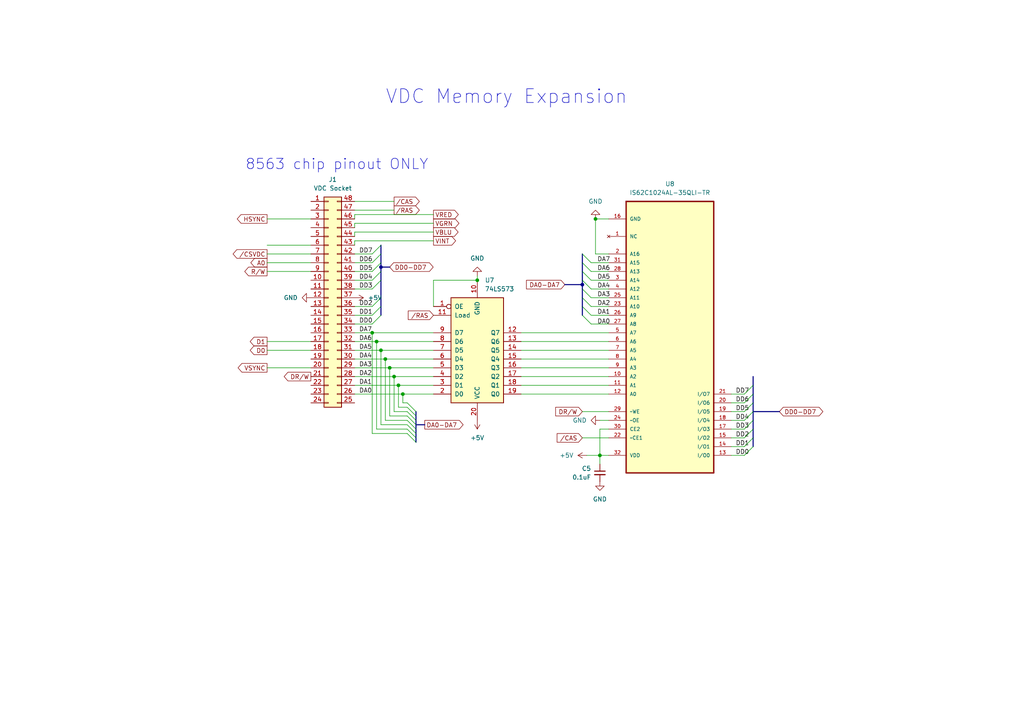
<source format=kicad_sch>
(kicad_sch (version 20230121) (generator eeschema)
  (paper "A4")
  (lib_symbols
    (symbol "74xx:74LS573" (pin_names (offset 1.016))
      (property "Reference" "U" (at -7.62 16.51 0))
      (property "Value" "74LS573" (at -7.62 -16.51 0))
      (symbol "74LS573_1_0"
        (pin input inverted (at -12.7 -12.7 0) (length 5.08) (name "OE") (number "1"))
        (pin power_in line (at 0 -20.32 90) (length 5.08) (name "GND") (number "10"))
        (pin input line (at -12.7 -10.16 0) (length 5.08) (name "Load") (number "11"))
        (pin tri_state line (at 12.7 -5.08 180) (length 5.08) (name "Q7") (number "12"))
        (pin tri_state line (at 12.7 -2.54 180) (length 5.08) (name "Q6") (number "13"))
        (pin tri_state line (at 12.7 0 180) (length 5.08) (name "Q5") (number "14"))
        (pin tri_state line (at 12.7 2.54 180) (length 5.08) (name "Q4") (number "15"))
        (pin tri_state line (at 12.7 5.08 180) (length 5.08) (name "Q3") (number "16"))
        (pin tri_state line (at 12.7 7.62 180) (length 5.08) (name "Q2") (number "17"))
        (pin tri_state line (at 12.7 10.16 180) (length 5.08) (name "Q1") (number "18"))
        (pin tri_state line (at 12.7 12.7 180) (length 5.08) (name "Q0") (number "19"))
        (pin input line (at -12.7 12.7 0) (length 5.08) (name "D0") (number "2"))
        (pin power_in line (at 0 20.32 270) (length 5.08) (name "VCC") (number "20"))
        (pin input line (at -12.7 10.16 0) (length 5.08) (name "D1") (number "3"))
        (pin input line (at -12.7 7.62 0) (length 5.08) (name "D2") (number "4"))
        (pin input line (at -12.7 5.08 0) (length 5.08) (name "D3") (number "5"))
        (pin input line (at -12.7 2.54 0) (length 5.08) (name "D4") (number "6"))
        (pin input line (at -12.7 0 0) (length 5.08) (name "D5") (number "7"))
        (pin input line (at -12.7 -2.54 0) (length 5.08) (name "D6") (number "8"))
        (pin input line (at -12.7 -5.08 0) (length 5.08) (name "D7") (number "9"))
      )
      (symbol "74LS573_1_1"
        (rectangle (start -7.62 15.24) (end 7.62 -15.24) (stroke (width 0.254)) (fill (type background)))
      )
    )
    (symbol "Connector_Generic:Conn_02x24_Counter_Clockwise" (pin_names (offset 1.016) hide)
      (property "Reference" "J" (at 1.27 30.48 0))
      (property "Value" "Conn_02x24_Counter_Clockwise" (at 1.27 -33.02 0))
      (symbol "Conn_02x24_Counter_Clockwise_1_1"
        (rectangle (start -1.27 -30.353) (end 0 -30.607) (stroke (width 0.1524)))
        (rectangle (start -1.27 -27.813) (end 0 -28.067) (stroke (width 0.1524)))
        (rectangle (start -1.27 -25.273) (end 0 -25.527) (stroke (width 0.1524)))
        (rectangle (start -1.27 -22.733) (end 0 -22.987) (stroke (width 0.1524)))
        (rectangle (start -1.27 -20.193) (end 0 -20.447) (stroke (width 0.1524)))
        (rectangle (start -1.27 -17.653) (end 0 -17.907) (stroke (width 0.1524)))
        (rectangle (start -1.27 -15.113) (end 0 -15.367) (stroke (width 0.1524)))
        (rectangle (start -1.27 -12.573) (end 0 -12.827) (stroke (width 0.1524)))
        (rectangle (start -1.27 -10.033) (end 0 -10.287) (stroke (width 0.1524)))
        (rectangle (start -1.27 -7.493) (end 0 -7.747) (stroke (width 0.1524)))
        (rectangle (start -1.27 -4.953) (end 0 -5.207) (stroke (width 0.1524)))
        (rectangle (start -1.27 -2.413) (end 0 -2.667) (stroke (width 0.1524)))
        (rectangle (start -1.27 0.127) (end 0 -0.127) (stroke (width 0.1524)))
        (rectangle (start -1.27 2.667) (end 0 2.413) (stroke (width 0.1524)))
        (rectangle (start -1.27 5.207) (end 0 4.953) (stroke (width 0.1524)))
        (rectangle (start -1.27 7.747) (end 0 7.493) (stroke (width 0.1524)))
        (rectangle (start -1.27 10.287) (end 0 10.033) (stroke (width 0.1524)))
        (rectangle (start -1.27 12.827) (end 0 12.573) (stroke (width 0.1524)))
        (rectangle (start -1.27 15.367) (end 0 15.113) (stroke (width 0.1524)))
        (rectangle (start -1.27 17.907) (end 0 17.653) (stroke (width 0.1524)))
        (rectangle (start -1.27 20.447) (end 0 20.193) (stroke (width 0.1524)))
        (rectangle (start -1.27 22.987) (end 0 22.733) (stroke (width 0.1524)))
        (rectangle (start -1.27 25.527) (end 0 25.273) (stroke (width 0.1524)))
        (rectangle (start -1.27 28.067) (end 0 27.813) (stroke (width 0.1524)))
        (rectangle (start -1.27 29.21) (end 3.81 -31.75) (stroke (width 0.254)) (fill (type background)))
        (rectangle (start 3.81 -30.353) (end 2.54 -30.607) (stroke (width 0.1524)))
        (rectangle (start 3.81 -27.813) (end 2.54 -28.067) (stroke (width 0.1524)))
        (rectangle (start 3.81 -25.273) (end 2.54 -25.527) (stroke (width 0.1524)))
        (rectangle (start 3.81 -22.733) (end 2.54 -22.987) (stroke (width 0.1524)))
        (rectangle (start 3.81 -20.193) (end 2.54 -20.447) (stroke (width 0.1524)))
        (rectangle (start 3.81 -17.653) (end 2.54 -17.907) (stroke (width 0.1524)))
        (rectangle (start 3.81 -15.113) (end 2.54 -15.367) (stroke (width 0.1524)))
        (rectangle (start 3.81 -12.573) (end 2.54 -12.827) (stroke (width 0.1524)))
        (rectangle (start 3.81 -10.033) (end 2.54 -10.287) (stroke (width 0.1524)))
        (rectangle (start 3.81 -7.493) (end 2.54 -7.747) (stroke (width 0.1524)))
        (rectangle (start 3.81 -4.953) (end 2.54 -5.207) (stroke (width 0.1524)))
        (rectangle (start 3.81 -2.413) (end 2.54 -2.667) (stroke (width 0.1524)))
        (rectangle (start 3.81 0.127) (end 2.54 -0.127) (stroke (width 0.1524)))
        (rectangle (start 3.81 2.667) (end 2.54 2.413) (stroke (width 0.1524)))
        (rectangle (start 3.81 5.207) (end 2.54 4.953) (stroke (width 0.1524)))
        (rectangle (start 3.81 7.747) (end 2.54 7.493) (stroke (width 0.1524)))
        (rectangle (start 3.81 10.287) (end 2.54 10.033) (stroke (width 0.1524)))
        (rectangle (start 3.81 12.827) (end 2.54 12.573) (stroke (width 0.1524)))
        (rectangle (start 3.81 15.367) (end 2.54 15.113) (stroke (width 0.1524)))
        (rectangle (start 3.81 17.907) (end 2.54 17.653) (stroke (width 0.1524)))
        (rectangle (start 3.81 20.447) (end 2.54 20.193) (stroke (width 0.1524)))
        (rectangle (start 3.81 22.987) (end 2.54 22.733) (stroke (width 0.1524)))
        (rectangle (start 3.81 25.527) (end 2.54 25.273) (stroke (width 0.1524)))
        (rectangle (start 3.81 28.067) (end 2.54 27.813) (stroke (width 0.1524)))
        (pin passive line (at -5.08 27.94 0) (length 3.81) (name "Pin_1") (number "1"))
        (pin passive line (at -5.08 5.08 0) (length 3.81) (name "Pin_10") (number "10"))
        (pin passive line (at -5.08 2.54 0) (length 3.81) (name "Pin_11") (number "11"))
        (pin passive line (at -5.08 0 0) (length 3.81) (name "Pin_12") (number "12"))
        (pin passive line (at -5.08 -2.54 0) (length 3.81) (name "Pin_13") (number "13"))
        (pin passive line (at -5.08 -5.08 0) (length 3.81) (name "Pin_14") (number "14"))
        (pin passive line (at -5.08 -7.62 0) (length 3.81) (name "Pin_15") (number "15"))
        (pin passive line (at -5.08 -10.16 0) (length 3.81) (name "Pin_16") (number "16"))
        (pin passive line (at -5.08 -12.7 0) (length 3.81) (name "Pin_17") (number "17"))
        (pin passive line (at -5.08 -15.24 0) (length 3.81) (name "Pin_18") (number "18"))
        (pin passive line (at -5.08 -17.78 0) (length 3.81) (name "Pin_19") (number "19"))
        (pin passive line (at -5.08 25.4 0) (length 3.81) (name "Pin_2") (number "2"))
        (pin passive line (at -5.08 -20.32 0) (length 3.81) (name "Pin_20") (number "20"))
        (pin passive line (at -5.08 -22.86 0) (length 3.81) (name "Pin_21") (number "21"))
        (pin passive line (at -5.08 -25.4 0) (length 3.81) (name "Pin_22") (number "22"))
        (pin passive line (at -5.08 -27.94 0) (length 3.81) (name "Pin_23") (number "23"))
        (pin passive line (at -5.08 -30.48 0) (length 3.81) (name "Pin_24") (number "24"))
        (pin passive line (at 7.62 -30.48 180) (length 3.81) (name "Pin_25") (number "25"))
        (pin passive line (at 7.62 -27.94 180) (length 3.81) (name "Pin_26") (number "26"))
        (pin passive line (at 7.62 -25.4 180) (length 3.81) (name "Pin_27") (number "27"))
        (pin passive line (at 7.62 -22.86 180) (length 3.81) (name "Pin_28") (number "28"))
        (pin passive line (at 7.62 -20.32 180) (length 3.81) (name "Pin_29") (number "29"))
        (pin passive line (at -5.08 22.86 0) (length 3.81) (name "Pin_3") (number "3"))
        (pin passive line (at 7.62 -17.78 180) (length 3.81) (name "Pin_30") (number "30"))
        (pin passive line (at 7.62 -15.24 180) (length 3.81) (name "Pin_31") (number "31"))
        (pin passive line (at 7.62 -12.7 180) (length 3.81) (name "Pin_32") (number "32"))
        (pin passive line (at 7.62 -10.16 180) (length 3.81) (name "Pin_33") (number "33"))
        (pin passive line (at 7.62 -7.62 180) (length 3.81) (name "Pin_34") (number "34"))
        (pin passive line (at 7.62 -5.08 180) (length 3.81) (name "Pin_35") (number "35"))
        (pin passive line (at 7.62 -2.54 180) (length 3.81) (name "Pin_36") (number "36"))
        (pin passive line (at 7.62 0 180) (length 3.81) (name "Pin_37") (number "37"))
        (pin passive line (at 7.62 2.54 180) (length 3.81) (name "Pin_38") (number "38"))
        (pin passive line (at 7.62 5.08 180) (length 3.81) (name "Pin_39") (number "39"))
        (pin passive line (at -5.08 20.32 0) (length 3.81) (name "Pin_4") (number "4"))
        (pin passive line (at 7.62 7.62 180) (length 3.81) (name "Pin_40") (number "40"))
        (pin passive line (at 7.62 10.16 180) (length 3.81) (name "Pin_41") (number "41"))
        (pin passive line (at 7.62 12.7 180) (length 3.81) (name "Pin_42") (number "42"))
        (pin passive line (at 7.62 15.24 180) (length 3.81) (name "Pin_43") (number "43"))
        (pin passive line (at 7.62 17.78 180) (length 3.81) (name "Pin_44") (number "44"))
        (pin passive line (at 7.62 20.32 180) (length 3.81) (name "Pin_45") (number "45"))
        (pin passive line (at 7.62 22.86 180) (length 3.81) (name "Pin_46") (number "46"))
        (pin passive line (at 7.62 25.4 180) (length 3.81) (name "Pin_47") (number "47"))
        (pin passive line (at 7.62 27.94 180) (length 3.81) (name "Pin_48") (number "48"))
        (pin passive line (at -5.08 17.78 0) (length 3.81) (name "Pin_5") (number "5"))
        (pin passive line (at -5.08 15.24 0) (length 3.81) (name "Pin_6") (number "6"))
        (pin passive line (at -5.08 12.7 0) (length 3.81) (name "Pin_7") (number "7"))
        (pin passive line (at -5.08 10.16 0) (length 3.81) (name "Pin_8") (number "8"))
        (pin passive line (at -5.08 7.62 0) (length 3.81) (name "Pin_9") (number "9"))
      )
    )
    (symbol "Device:C_Small" (pin_numbers hide) (pin_names (offset 0.254) hide)
      (property "Reference" "C" (at 0.254 1.778 0))
      (property "Value" "C_Small" (at 0.254 -2.032 0))
      (symbol "C_Small_0_1"
        (polyline (pts (xy -1.524 -0.508) (xy 1.524 -0.508)) (stroke (width 0.3302)))
        (polyline (pts (xy -1.524 0.508) (xy 1.524 0.508)) (stroke (width 0.3048)))
      )
      (symbol "C_Small_1_1"
        (pin passive line (at 0 2.54 270) (length 2.032) (name "~") (number "1"))
        (pin passive line (at 0 -2.54 90) (length 2.032) (name "~") (number "2"))
      )
    )
    (symbol "IS62C1024AL-35QLI-TR:IS62C1024AL-35QLI-TR" (pin_names (offset 1.016))
      (property "Reference" "U" (at -5.1423 38.1601 0))
      (property "Value" "IS62C1024AL-35QLI-TR" (at -4.6847 -47.3052 0))
      (symbol "IS62C1024AL-35QLI-TR_0_0"
        (rectangle (start -12.7 -43.18) (end 12.7 35.56) (stroke (width 0.4064)) (fill (type background)))
        (pin no_connect line (at -17.78 -33.02 0) (length 5.08) (name "NC") (number "1"))
        (pin input line (at -17.78 7.62 0) (length 5.08) (name "A2") (number "10"))
        (pin input line (at -17.78 10.16 0) (length 5.08) (name "A1") (number "11"))
        (pin input line (at -17.78 12.7 0) (length 5.08) (name "A0") (number "12"))
        (pin bidirectional line (at 17.78 30.48 180) (length 5.08) (name "I/O0") (number "13"))
        (pin bidirectional line (at 17.78 27.94 180) (length 5.08) (name "I/O1") (number "14"))
        (pin bidirectional line (at 17.78 25.4 180) (length 5.08) (name "I/O2") (number "15"))
        (pin passive line (at -17.78 -38.1 0) (length 5.08) (name "GND") (number "16"))
        (pin bidirectional line (at 17.78 22.86 180) (length 5.08) (name "I/O3") (number "17"))
        (pin bidirectional line (at 17.78 20.32 180) (length 5.08) (name "I/O4") (number "18"))
        (pin bidirectional line (at 17.78 17.78 180) (length 5.08) (name "I/O5") (number "19"))
        (pin input line (at -17.78 -27.94 0) (length 5.08) (name "A16") (number "2"))
        (pin bidirectional line (at 17.78 15.24 180) (length 5.08) (name "I/O6") (number "20"))
        (pin bidirectional line (at 17.78 12.7 180) (length 5.08) (name "I/O7") (number "21"))
        (pin input line (at -17.78 25.4 0) (length 5.08) (name "~CE1") (number "22"))
        (pin input line (at -17.78 -12.7 0) (length 5.08) (name "A10") (number "23"))
        (pin input line (at -17.78 20.32 0) (length 5.08) (name "~OE") (number "24"))
        (pin input line (at -17.78 -15.24 0) (length 5.08) (name "A11") (number "25"))
        (pin input line (at -17.78 -10.16 0) (length 5.08) (name "A9") (number "26"))
        (pin input line (at -17.78 -7.62 0) (length 5.08) (name "A8") (number "27"))
        (pin input line (at -17.78 -22.86 0) (length 5.08) (name "A13") (number "28"))
        (pin input line (at -17.78 17.78 0) (length 5.08) (name "~WE") (number "29"))
        (pin input line (at -17.78 -20.32 0) (length 5.08) (name "A14") (number "3"))
        (pin input line (at -17.78 22.86 0) (length 5.08) (name "CE2") (number "30"))
        (pin input line (at -17.78 -25.4 0) (length 5.08) (name "A15") (number "31"))
        (pin power_in line (at -17.78 30.48 0) (length 5.08) (name "VDD") (number "32"))
        (pin input line (at -17.78 -17.78 0) (length 5.08) (name "A12") (number "4"))
        (pin input line (at -17.78 -5.08 0) (length 5.08) (name "A7") (number "5"))
        (pin input line (at -17.78 -2.54 0) (length 5.08) (name "A6") (number "6"))
        (pin input line (at -17.78 0 0) (length 5.08) (name "A5") (number "7"))
        (pin input line (at -17.78 2.54 0) (length 5.08) (name "A4") (number "8"))
        (pin input line (at -17.78 5.08 0) (length 5.08) (name "A3") (number "9"))
      )
    )
    (symbol "power:+5V" (power) (pin_names (offset 0))
      (property "Value" "+5V" (at 0 3.556 0))
      (symbol "+5V_0_1"
        (polyline (pts (xy -0.762 1.27) (xy 0 2.54)))
        (polyline (pts (xy 0 0) (xy 0 2.54)))
        (polyline (pts (xy 0 2.54) (xy 0.762 1.27)))
      )
      (symbol "+5V_1_1"
        (pin power_in line (at 0 0 90) (length 0) hide (name "+5V") (number "1"))
      )
    )
    (symbol "power:GND" (power) (pin_names (offset 0))
      (property "Value" "GND" (at 0 -3.81 0))
      (symbol "GND_0_1"
        (polyline (pts (xy 0 0) (xy 0 -1.27) (xy 1.27 -1.27) (xy 0 -2.54) (xy -1.27 -1.27) (xy 0 -1.27)))
      )
      (symbol "GND_1_1"
        (pin power_in line (at 0 0 270) (length 0) hide (name "GND") (number "1"))
      )
    )
  )
  (junction (at 138.43 81.28))
  (junction (at 110.49 77.47))
  (junction (at 109.22 99.06))
  (junction (at 107.95 96.52))
  (junction (at 113.03 106.68))
  (junction (at 114.3 109.22))
  (junction (at 116.84 114.3))
  (junction (at 115.57 111.76))
  (junction (at 110.49 101.6))
  (junction (at 168.91 82.55))
  (junction (at 111.76 104.14))
  (junction (at 173.99 132.08))
  (junction (at 172.72 63.5))
  (bus_entry (at 171.45 86.36) (size -2.54 -2.54))
  (bus_entry (at 110.49 88.9) (size -2.54 2.54))
  (bus_entry (at 171.45 93.98) (size -2.54 -2.54))
  (bus_entry (at 218.44 124.46) (size -2.54 2.54))
  (bus_entry (at 218.44 114.3) (size -2.54 2.54))
  (bus_entry (at 171.45 91.44) (size -2.54 -2.54))
  (bus_entry (at 118.11 124.46) (size 2.54 2.54))
  (bus_entry (at 118.11 123.19) (size 2.54 2.54))
  (bus_entry (at 118.11 116.84) (size 2.54 2.54))
  (bus_entry (at 218.44 129.54) (size -2.54 2.54))
  (bus_entry (at 218.44 119.38) (size -2.54 2.54))
  (bus_entry (at 171.45 83.82) (size -2.54 -2.54))
  (bus_entry (at 118.11 121.92) (size 2.54 2.54))
  (bus_entry (at 171.45 88.9) (size -2.54 -2.54))
  (bus_entry (at 110.49 86.36) (size -2.54 2.54))
  (bus_entry (at 218.44 111.76) (size -2.54 2.54))
  (bus_entry (at 118.11 120.65) (size 2.54 2.54))
  (bus_entry (at 110.49 78.74) (size -2.54 2.54))
  (bus_entry (at 110.49 91.44) (size -2.54 2.54))
  (bus_entry (at 110.49 81.28) (size -2.54 2.54))
  (bus_entry (at 118.11 119.38) (size 2.54 2.54))
  (bus_entry (at 218.44 116.84) (size -2.54 2.54))
  (bus_entry (at 171.45 81.28) (size -2.54 -2.54))
  (bus_entry (at 110.49 71.12) (size -2.54 2.54))
  (bus_entry (at 171.45 76.2) (size -2.54 -2.54))
  (bus_entry (at 110.49 73.66) (size -2.54 2.54))
  (bus_entry (at 218.44 127) (size -2.54 2.54))
  (bus_entry (at 118.11 118.11) (size 2.54 2.54))
  (bus_entry (at 118.11 125.73) (size 2.54 2.54))
  (bus_entry (at 110.49 76.2) (size -2.54 2.54))
  (bus_entry (at 218.44 121.92) (size -2.54 2.54))
  (bus_entry (at 171.45 78.74) (size -2.54 -2.54))
  (bus (pts (xy 110.49 81.28) (xy 110.49 86.36)))
  (wire (pts (xy 113.03 120.65) (xy 118.11 120.65)))
  (bus (pts (xy 110.49 77.47) (xy 113.03 77.47)))
  (wire (pts (xy 168.91 127) (xy 176.53 127)))
  (wire (pts (xy 109.22 99.06) (xy 102.87 99.06)))
  (wire (pts (xy 109.22 124.46) (xy 118.11 124.46)))
  (wire (pts (xy 102.87 93.98) (xy 107.95 93.98)))
  (bus (pts (xy 168.91 86.36) (xy 168.91 88.9)))
  (wire (pts (xy 172.72 63.5) (xy 176.53 63.5)))
  (wire (pts (xy 102.87 62.23) (xy 125.73 62.23)))
  (wire (pts (xy 102.87 67.31) (xy 125.73 67.31)))
  (wire (pts (xy 102.87 81.28) (xy 107.95 81.28)))
  (wire (pts (xy 77.47 99.06) (xy 90.17 99.06)))
  (wire (pts (xy 171.45 91.44) (xy 176.53 91.44)))
  (wire (pts (xy 109.22 99.06) (xy 109.22 124.46)))
  (bus (pts (xy 218.44 124.46) (xy 218.44 127)))
  (bus (pts (xy 218.44 114.3) (xy 218.44 116.84)))
  (wire (pts (xy 113.03 106.68) (xy 102.87 106.68)))
  (wire (pts (xy 102.87 83.82) (xy 107.95 83.82)))
  (wire (pts (xy 110.49 101.6) (xy 125.73 101.6)))
  (wire (pts (xy 102.87 58.42) (xy 114.3 58.42)))
  (bus (pts (xy 168.91 76.2) (xy 168.91 78.74)))
  (wire (pts (xy 212.09 127) (xy 215.9 127)))
  (wire (pts (xy 102.87 91.44) (xy 107.95 91.44)))
  (wire (pts (xy 115.57 118.11) (xy 118.11 118.11)))
  (wire (pts (xy 151.13 109.22) (xy 176.53 109.22)))
  (bus (pts (xy 120.65 120.65) (xy 120.65 121.92)))
  (wire (pts (xy 111.76 104.14) (xy 125.73 104.14)))
  (bus (pts (xy 218.44 121.92) (xy 218.44 124.46)))
  (bus (pts (xy 110.49 88.9) (xy 110.49 91.44)))
  (bus (pts (xy 120.65 121.92) (xy 120.65 123.19)))
  (wire (pts (xy 107.95 96.52) (xy 125.73 96.52)))
  (wire (pts (xy 171.45 86.36) (xy 176.53 86.36)))
  (bus (pts (xy 218.44 109.22) (xy 218.44 111.76)))
  (wire (pts (xy 212.09 114.3) (xy 215.9 114.3)))
  (wire (pts (xy 173.99 124.46) (xy 173.99 132.08)))
  (bus (pts (xy 226.06 119.38) (xy 218.44 119.38)))
  (wire (pts (xy 114.3 119.38) (xy 114.3 109.22)))
  (wire (pts (xy 116.84 114.3) (xy 116.84 116.84)))
  (wire (pts (xy 113.03 106.68) (xy 125.73 106.68)))
  (bus (pts (xy 218.44 127) (xy 218.44 129.54)))
  (wire (pts (xy 115.57 118.11) (xy 115.57 111.76)))
  (wire (pts (xy 151.13 99.06) (xy 176.53 99.06)))
  (bus (pts (xy 120.65 123.19) (xy 120.65 124.46)))
  (bus (pts (xy 218.44 116.84) (xy 218.44 119.38)))
  (wire (pts (xy 212.09 124.46) (xy 215.9 124.46)))
  (wire (pts (xy 125.73 81.28) (xy 138.43 81.28)))
  (wire (pts (xy 102.87 88.9) (xy 107.95 88.9)))
  (bus (pts (xy 110.49 77.47) (xy 110.49 78.74)))
  (wire (pts (xy 102.87 109.22) (xy 114.3 109.22)))
  (wire (pts (xy 212.09 132.08) (xy 215.9 132.08)))
  (wire (pts (xy 114.3 109.22) (xy 125.73 109.22)))
  (bus (pts (xy 120.65 123.19) (xy 123.19 123.19)))
  (wire (pts (xy 111.76 121.92) (xy 118.11 121.92)))
  (wire (pts (xy 151.13 96.52) (xy 176.53 96.52)))
  (wire (pts (xy 173.99 132.08) (xy 176.53 132.08)))
  (wire (pts (xy 171.45 93.98) (xy 176.53 93.98)))
  (wire (pts (xy 212.09 116.84) (xy 215.9 116.84)))
  (wire (pts (xy 107.95 96.52) (xy 107.95 125.73)))
  (wire (pts (xy 102.87 71.12) (xy 102.87 69.85)))
  (wire (pts (xy 102.87 69.85) (xy 125.73 69.85)))
  (wire (pts (xy 173.99 121.92) (xy 176.53 121.92)))
  (wire (pts (xy 173.99 132.08) (xy 173.99 134.62)))
  (wire (pts (xy 116.84 116.84) (xy 118.11 116.84)))
  (wire (pts (xy 102.87 111.76) (xy 115.57 111.76)))
  (bus (pts (xy 168.91 88.9) (xy 168.91 91.44)))
  (bus (pts (xy 120.65 127) (xy 120.65 128.27)))
  (bus (pts (xy 168.91 78.74) (xy 168.91 81.28)))
  (wire (pts (xy 102.87 60.96) (xy 114.3 60.96)))
  (wire (pts (xy 125.73 91.44) (xy 130.81 91.44)))
  (wire (pts (xy 77.47 73.66) (xy 90.17 73.66)))
  (bus (pts (xy 168.91 73.66) (xy 168.91 76.2)))
  (wire (pts (xy 171.45 83.82) (xy 176.53 83.82)))
  (wire (pts (xy 151.13 114.3) (xy 176.53 114.3)))
  (wire (pts (xy 151.13 106.68) (xy 176.53 106.68)))
  (wire (pts (xy 115.57 111.76) (xy 125.73 111.76)))
  (wire (pts (xy 176.53 124.46) (xy 173.99 124.46)))
  (wire (pts (xy 168.91 119.38) (xy 176.53 119.38)))
  (wire (pts (xy 102.87 66.04) (xy 102.87 64.77)))
  (wire (pts (xy 102.87 96.52) (xy 107.95 96.52)))
  (wire (pts (xy 125.73 88.9) (xy 125.73 81.28)))
  (wire (pts (xy 171.45 81.28) (xy 176.53 81.28)))
  (wire (pts (xy 111.76 104.14) (xy 102.87 104.14)))
  (bus (pts (xy 168.91 83.82) (xy 168.91 86.36)))
  (wire (pts (xy 110.49 101.6) (xy 102.87 101.6)))
  (bus (pts (xy 218.44 111.76) (xy 218.44 114.3)))
  (wire (pts (xy 102.87 78.74) (xy 107.95 78.74)))
  (wire (pts (xy 102.87 64.77) (xy 125.73 64.77)))
  (wire (pts (xy 77.47 76.2) (xy 90.17 76.2)))
  (wire (pts (xy 170.18 132.08) (xy 173.99 132.08)))
  (wire (pts (xy 118.11 125.73) (xy 107.95 125.73)))
  (bus (pts (xy 120.65 125.73) (xy 120.65 127)))
  (wire (pts (xy 172.72 73.66) (xy 172.72 63.5)))
  (wire (pts (xy 151.13 104.14) (xy 176.53 104.14)))
  (wire (pts (xy 212.09 129.54) (xy 215.9 129.54)))
  (bus (pts (xy 218.44 119.38) (xy 218.44 121.92)))
  (bus (pts (xy 110.49 86.36) (xy 110.49 88.9)))
  (bus (pts (xy 110.49 78.74) (xy 110.49 81.28)))
  (wire (pts (xy 116.84 114.3) (xy 125.73 114.3)))
  (wire (pts (xy 171.45 76.2) (xy 176.53 76.2)))
  (wire (pts (xy 77.47 63.5) (xy 90.17 63.5)))
  (bus (pts (xy 110.49 73.66) (xy 110.49 76.2)))
  (wire (pts (xy 77.47 101.6) (xy 90.17 101.6)))
  (wire (pts (xy 212.09 121.92) (xy 215.9 121.92)))
  (wire (pts (xy 138.43 80.01) (xy 138.43 81.28)))
  (wire (pts (xy 171.45 88.9) (xy 176.53 88.9)))
  (wire (pts (xy 77.47 106.68) (xy 90.17 106.68)))
  (wire (pts (xy 114.3 119.38) (xy 118.11 119.38)))
  (bus (pts (xy 120.65 124.46) (xy 120.65 125.73)))
  (wire (pts (xy 171.45 78.74) (xy 176.53 78.74)))
  (wire (pts (xy 110.49 123.19) (xy 118.11 123.19)))
  (wire (pts (xy 110.49 101.6) (xy 110.49 123.19)))
  (wire (pts (xy 151.13 101.6) (xy 176.53 101.6)))
  (bus (pts (xy 168.91 82.55) (xy 168.91 83.82)))
  (wire (pts (xy 212.09 119.38) (xy 215.9 119.38)))
  (wire (pts (xy 77.47 71.12) (xy 90.17 71.12)))
  (wire (pts (xy 102.87 73.66) (xy 107.95 73.66)))
  (bus (pts (xy 120.65 119.38) (xy 120.65 120.65)))
  (wire (pts (xy 102.87 76.2) (xy 107.95 76.2)))
  (wire (pts (xy 151.13 111.76) (xy 176.53 111.76)))
  (wire (pts (xy 113.03 106.68) (xy 113.03 120.65)))
  (wire (pts (xy 102.87 114.3) (xy 116.84 114.3)))
  (bus (pts (xy 110.49 76.2) (xy 110.49 77.47)))
  (wire (pts (xy 176.53 73.66) (xy 172.72 73.66)))
  (bus (pts (xy 110.49 71.12) (xy 110.49 73.66)))
  (bus (pts (xy 163.83 82.55) (xy 168.91 82.55)))
  (wire (pts (xy 77.47 78.74) (xy 90.17 78.74)))
  (bus (pts (xy 168.91 81.28) (xy 168.91 82.55)))
  (wire (pts (xy 109.22 99.06) (xy 125.73 99.06)))
  (wire (pts (xy 111.76 121.92) (xy 111.76 104.14)))
  (wire (pts (xy 102.87 68.58) (xy 102.87 67.31)))
  (wire (pts (xy 102.87 63.5) (xy 102.87 62.23)))
  (text "8563 chip pinout ONLY" (at 71.12 49.53 0) (effects (font (size 3 3)) (justify left bottom)))
  (text "VDC Memory Expansion" (at 111.76 30.48 0) (effects (font (size 4 4)) (justify left bottom)))
  (label "DD3" (at 213.36 124.46 0))
  (label "DA1" (at 173.228 91.44 0))
  (label "DA2" (at 173.228 88.9 0))
  (label "DA2" (at 104.14 109.22 0))
  (label "DD7" (at 213.36 114.3 0))
  (label "DD1" (at 104.14 91.44 0))
  (label "DA7" (at 173.228 76.2 0))
  (label "DA4" (at 104.14 104.14 0))
  (label "DD4" (at 104.14 81.28 0))
  (label "DD1" (at 213.36 129.54 0))
  (label "DA5" (at 104.14 101.6 0))
  (label "DD3" (at 104.14 83.82 0))
  (label "DD5" (at 213.36 119.38 0))
  (label "DD2" (at 104.14 88.9 0))
  (label "DA3" (at 104.14 106.68 0))
  (label "DA3" (at 173.228 86.36 0))
  (label "DD7" (at 104.14 73.66 0))
  (label "DD4" (at 213.36 121.92 0))
  (label "DA6" (at 173.228 78.74 0))
  (label "DA4" (at 173.228 83.82 0))
  (label "DA1" (at 104.14 111.76 0))
  (label "DD0" (at 213.36 132.08 0))
  (label "DA5" (at 173.228 81.28 0))
  (label "DD2" (at 213.36 127 0))
  (label "DA7" (at 104.14 96.52 0))
  (label "DD6" (at 213.36 116.84 0))
  (label "DA6" (at 104.14 99.06 0))
  (label "DD6" (at 104.14 76.2 0))
  (label "DD0" (at 104.14 93.98 0))
  (label "DD5" (at 104.14 78.74 0))
  (label "DA0" (at 173.228 94.234 0))
  (label "DA0" (at 104.14 114.3 0))
  (global_label "D1" (shape output) (at 77.47 99.06 180) (property "Intersheetrefs" "${INTERSHEET_REFS}" (effects hide)))
  (global_label "VBLU" (shape output) (at 125.73 67.31 0) (property "Intersheetrefs" "${INTERSHEET_REFS}" (effects hide)))
  (global_label "DR{slash}W" (shape input) (at 168.91 119.38 180) (property "Intersheetrefs" "${INTERSHEET_REFS}" (effects hide)))
  (global_label "{slash}RAS" (shape output) (at 114.3 60.96 0) (property "Intersheetrefs" "${INTERSHEET_REFS}" (effects hide)))
  (global_label "R{slash}W" (shape output) (at 77.47 78.74 180) (property "Intersheetrefs" "${INTERSHEET_REFS}" (effects hide)))
  (global_label "DD0-DD7" (shape bidirectional) (at 113.03 77.47 0) (property "Intersheetrefs" "${INTERSHEET_REFS}" (effects hide)))
  (global_label "VSYNC" (shape output) (at 77.47 106.68 180) (property "Intersheetrefs" "${INTERSHEET_REFS}" (effects hide)))
  (global_label "DA0-DA7" (shape input) (at 163.83 82.55 180) (property "Intersheetrefs" "${INTERSHEET_REFS}" (effects hide)))
  (global_label "{slash}RAS" (shape input) (at 125.73 91.44 180) (property "Intersheetrefs" "${INTERSHEET_REFS}" (effects hide)))
  (global_label "DA0-DA7" (shape output) (at 123.19 123.19 0) (property "Intersheetrefs" "${INTERSHEET_REFS}" (effects hide)))
  (global_label "VGRN" (shape output) (at 125.73 64.77 0) (property "Intersheetrefs" "${INTERSHEET_REFS}" (effects hide)))
  (global_label "{slash}CSVDC" (shape output) (at 77.47 73.66 180) (property "Intersheetrefs" "${INTERSHEET_REFS}" (effects hide)))
  (global_label "{slash}CAS" (shape input) (at 168.91 127 180) (property "Intersheetrefs" "${INTERSHEET_REFS}" (effects hide)))
  (global_label "{slash}CAS" (shape output) (at 114.3 58.42 0) (property "Intersheetrefs" "${INTERSHEET_REFS}" (effects hide)))
  (global_label "HSYNC" (shape output) (at 77.47 63.5 180) (property "Intersheetrefs" "${INTERSHEET_REFS}" (effects hide)))
  (global_label "DD0-DD7" (shape bidirectional) (at 226.06 119.38 0) (property "Intersheetrefs" "${INTERSHEET_REFS}" (effects hide)))
  (global_label "D0" (shape output) (at 77.47 101.6 180) (property "Intersheetrefs" "${INTERSHEET_REFS}" (effects hide)))
  (global_label "VINT" (shape output) (at 125.73 69.85 0) (property "Intersheetrefs" "${INTERSHEET_REFS}" (effects hide)))
  (global_label "DR{slash}W" (shape output) (at 90.17 109.22 180) (property "Intersheetrefs" "${INTERSHEET_REFS}" (effects hide)))
  (global_label "A0" (shape output) (at 77.47 76.2 180) (property "Intersheetrefs" "${INTERSHEET_REFS}" (effects hide)))
  (global_label "VRED" (shape output) (at 125.73 62.23 0) (property "Intersheetrefs" "${INTERSHEET_REFS}" (effects hide)))
  (symbol (lib_id "power:GND") (at 138.43 80.01 180) (unit 1)
    (property "Reference" "#PWR022" (effects hide))
    (property "Value" "GND" (at 138.43 74.93 0))
  )
  (symbol (lib_id "power:+5V") (at 102.87 86.36 270) (unit 1)
    (property "Reference" "#PWR040" (effects hide))
    (property "Value" "+5V" (at 106.68 86.36 90) (effects (justify left)))
  )
  (symbol (lib_id "Device:C_Small") (at 173.99 137.16 0) (mirror y) (unit 1)
    (property "Reference" "C5" (at 171.45 135.8963 0) (effects (justify left)))
    (property "Value" "0.1uF" (at 171.45 138.4363 0) (effects (justify left)))
    (property "Footprint" "Capacitor_SMD:C_1206_3216Metric" (effects hide))
  )
  (symbol (lib_id "74xx:74LS573") (at 138.43 101.6 0) (mirror x) (unit 1)
    (property "Reference" "U7" (at 140.6241 81.28 0) (effects (justify left)))
    (property "Value" "74LS573" (at 140.6241 83.82 0) (effects (justify left)))
    (property "Footprint" "Package_SO:SOIC-20W_7.5x12.8mm_P1.27mm" (effects hide))
    (property "Datasheet" "74xx/74hc573.pdf" (effects hide))
  )
  (symbol (lib_id "power:+5V") (at 138.43 121.92 180) (unit 1)
    (property "Reference" "#PWR023" (effects hide))
    (property "Value" "+5V" (at 138.43 127 0))
  )
  (symbol (lib_id "power:GND") (at 90.17 86.36 270) (unit 1)
    (property "Reference" "#PWR039" (effects hide))
    (property "Value" "GND" (at 86.36 86.36 90) (effects (justify right)))
  )
  (symbol (lib_id "power:+5V") (at 170.18 132.08 90) (unit 1)
    (property "Reference" "#PWR025" (effects hide))
    (property "Value" "+5V" (at 166.37 132.08 90) (effects (justify left)))
  )
  (symbol (lib_id "power:GND") (at 172.72 63.5 0) (mirror x) (unit 1)
    (property "Reference" "#PWR024" (effects hide))
    (property "Value" "GND" (at 172.72 58.42 0))
  )
  (symbol (lib_id "Connector_Generic:Conn_02x24_Counter_Clockwise") (at 95.25 86.36 0) (unit 1)
    (property "Reference" "J1" (at 96.52 52.07 0))
    (property "Value" "VDC Socket" (at 96.52 54.61 0))
    (property "Footprint" "Package_DIP:DIP-48_W15.24mm_Socket" (effects hide))
  )
  (symbol (lib_id "power:GND") (at 173.99 121.92 270) (unit 1)
    (property "Reference" "#PWR026" (effects hide))
    (property "Value" "GND" (at 170.18 121.92 90) (effects (justify right)))
  )
  (symbol (lib_id "power:GND") (at 173.99 139.7 0) (unit 1)
    (property "Reference" "#PWR054" (effects hide))
    (property "Value" "GND" (at 173.99 144.78 0))
  )
  (symbol (lib_id "IS62C1024AL-35QLI-TR:IS62C1024AL-35QLI-TR") (at 194.31 101.6 0) (mirror x) (unit 1)
    (property "Reference" "U8" (at 194.31 53.34 0))
    (property "Value" "IS62C1024AL-35QLI-TR" (at 194.31 55.88 0))
    (property "Footprint" "r2v2_proj_models:SOIC127P1412X305-32N" (effects hide))
    (property "MPN" "IS62C1024AL-35QLI-TR" (effects hide))
    (property "OC_FARNELL" "1869973" (effects hide))
    (property "OC_NEWARK" "43M5399" (effects hide))
    (property "SUPPLIER" "INTEGRATED SILICON SOLUTION (ISSI)" (effects hide))
    (property "PACKAGE" "SOIC-32" (effects hide))
  )
)
</source>
